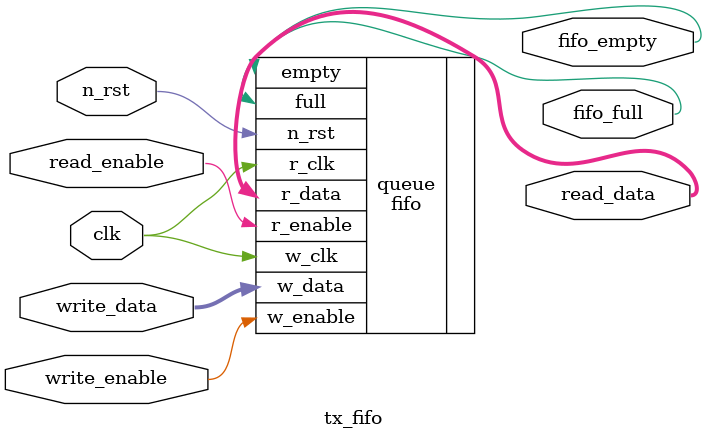
<source format=sv>


module tx_fifo
(
	input wire clk,
	input wire n_rst,
	input wire read_enable,
	input wire write_enable,
	input wire [7:0] write_data,

	output wire [7:0] read_data,
	output wire fifo_empty,
	output wire fifo_full

);

fifo queue(.r_clk(clk), .w_clk(clk), .n_rst(n_rst), .r_enable(read_enable), .w_enable(write_enable), .w_data(write_data), .r_data(read_data), .empty(fifo_empty), .full(fifo_full));

endmodule
</source>
